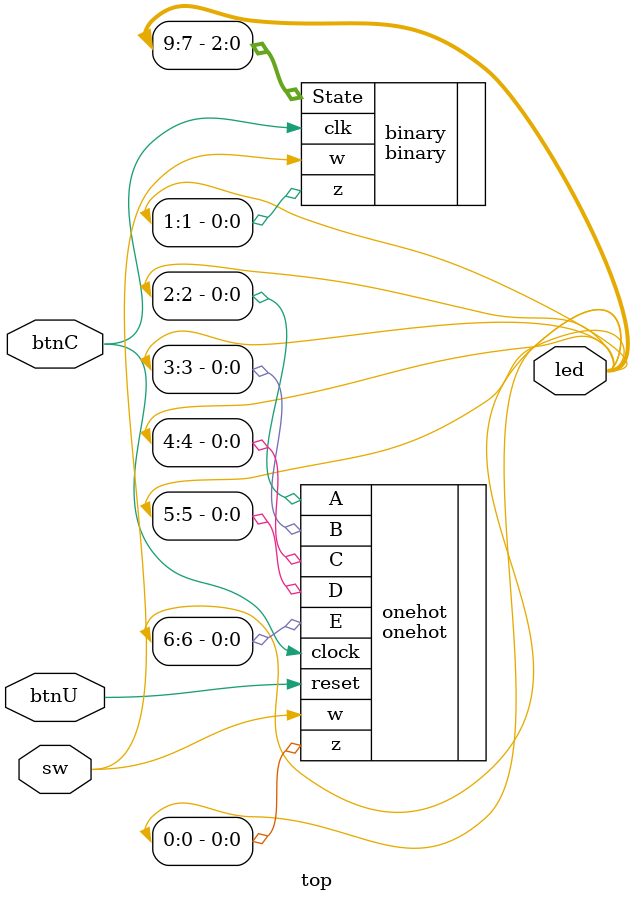
<source format=v>
module top(
    input sw, // w
    output [9:0] led, // see IO table
    input btnC, // clk
    input btnU // reset
);

    // Hook up binary and one-hot state machines
onehot onehot (
    .w(sw),
    .clock(btnC),
    .reset(btnU),
    .z(led[0]),
    .A(led[2]),
    .B(led[3]),
    .C(led[4]),
    .D(led[5]),
    .E(led[6])
);

binary binary (
    .w(sw),
    .clk(btnC),
    .z(led[1]),
    .State(led[9:7])
);
endmodule

</source>
